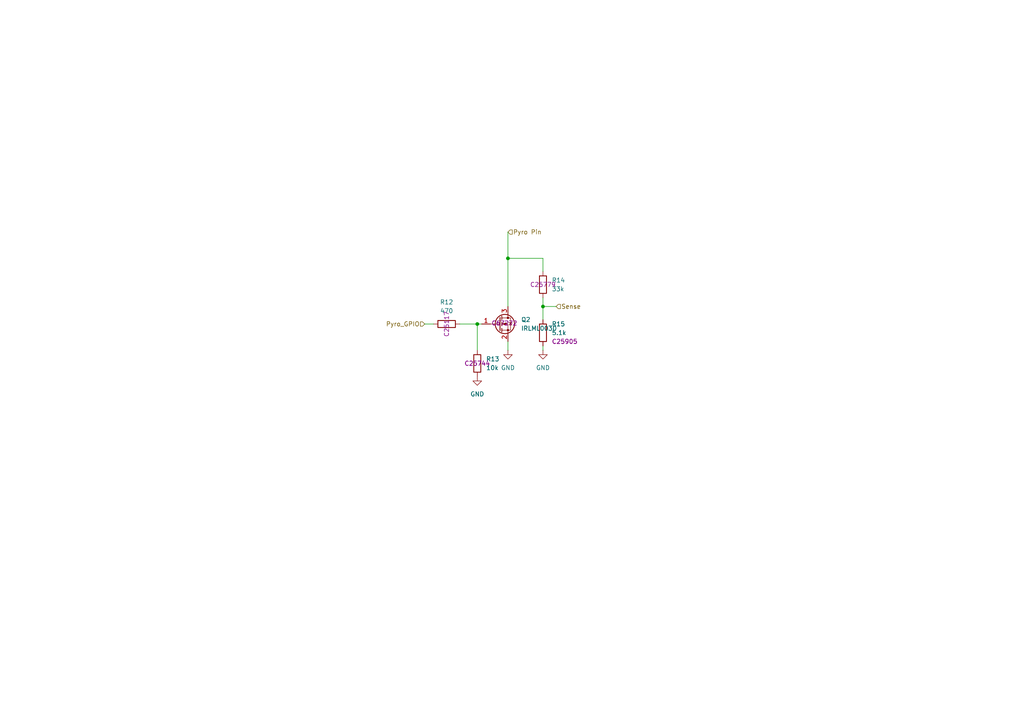
<source format=kicad_sch>
(kicad_sch (version 20250114) (generator "eeschema") (generator_version "9.0")
  (paper "A4")
  (lib_symbols
    (symbol "Device:R" (pin_numbers (hide yes)) (pin_names (offset 0))
      (property "Reference" "R" (at 2.032 0 90))
      (property "Value" "R" (at 0 0 90))
      (symbol "R_0_1"
        (rectangle (start -1.016 -2.54) (end 1.016 2.54) (stroke (width 0.254)))
      )
      (symbol "R_1_1"
        (pin passive line (at 0 3.81 270) (length 1.27) (name "~") (number "1"))
        (pin passive line (at 0 -3.81 90) (length 1.27) (name "~") (number "2"))
      )
    )
    (symbol "Transistor_FET:IRLML0030" (pin_names (hide yes))
      (property "Reference" "Q" (at 5.08 1.905 0))
      (property "Value" "IRLML0030" (at 5.08 0 0))
      (symbol "IRLML0030_0_1"
        (polyline (pts (xy 0.254 1.905) (xy 0.254 -1.905)) (stroke (width 0.254)))
        (polyline (pts (xy 0.254 0) (xy -2.54 0)))
        (polyline (pts (xy 0.762 2.286) (xy 0.762 1.27)) (stroke (width 0.254)))
        (polyline (pts (xy 0.762 0.508) (xy 0.762 -0.508)) (stroke (width 0.254)))
        (polyline (pts (xy 0.762 -1.27) (xy 0.762 -2.286)) (stroke (width 0.254)))
        (polyline (pts (xy 0.762 -1.778) (xy 3.302 -1.778) (xy 3.302 1.778) (xy 0.762 1.778)))
        (polyline (pts (xy 1.016 0) (xy 2.032 0.381) (xy 2.032 -0.381) (xy 1.016 0)) (fill (type outline)))
        (circle (center 1.651 0) (radius 2.794) (stroke (width 0.254)))
        (polyline (pts (xy 2.54 2.54) (xy 2.54 1.778)))
        (circle (center 2.54 1.778) (radius 0.254) (fill (type outline)))
        (circle (center 2.54 -1.778) (radius 0.254) (fill (type outline)))
        (polyline (pts (xy 2.54 -2.54) (xy 2.54 0) (xy 0.762 0)))
        (polyline (pts (xy 2.794 0.508) (xy 2.921 0.381) (xy 3.683 0.381) (xy 3.81 0.254)))
        (polyline (pts (xy 3.302 0.381) (xy 2.921 -0.254) (xy 3.683 -0.254) (xy 3.302 0.381)))
      )
      (symbol "IRLML0030_1_1"
        (pin input line (at -5.08 0 0) (length 2.54) (name "G") (number "1"))
        (pin passive line (at 2.54 5.08 270) (length 2.54) (name "D") (number "3"))
        (pin passive line (at 2.54 -5.08 90) (length 2.54) (name "S") (number "2"))
      )
    )
    (symbol "power:GND" (power) (pin_numbers (hide yes)) (pin_names (offset 0) (hide yes))
      (property "Value" "GND" (at 0 -3.81 0))
      (symbol "GND_0_1"
        (polyline (pts (xy 0 0) (xy 0 -1.27) (xy 1.27 -1.27) (xy 0 -2.54) (xy -1.27 -1.27) (xy 0 -1.27)))
      )
      (symbol "GND_1_1"
        (pin power_in line (at 0 0 270) (length 0) (name "~") (number "1"))
      )
    )
  )
  (junction (at 157.48 88.9))
  (junction (at 138.43 93.98))
  (junction (at 147.32 74.93))
  (wire (pts (xy 123.19 93.98) (xy 125.73 93.98)))
  (wire (pts (xy 133.35 93.98) (xy 138.43 93.98)))
  (wire (pts (xy 147.32 99.06) (xy 147.32 101.6)))
  (wire (pts (xy 157.48 88.9) (xy 161.29 88.9)))
  (wire (pts (xy 147.32 74.93) (xy 157.48 74.93)))
  (wire (pts (xy 157.48 88.9) (xy 157.48 92.71)))
  (wire (pts (xy 147.32 74.93) (xy 147.32 88.9)))
  (wire (pts (xy 157.48 74.93) (xy 157.48 78.74)))
  (wire (pts (xy 138.43 93.98) (xy 139.7 93.98)))
  (wire (pts (xy 157.48 100.33) (xy 157.48 101.6)))
  (wire (pts (xy 138.43 93.98) (xy 138.43 101.6)))
  (wire (pts (xy 157.48 86.36) (xy 157.48 88.9)))
  (wire (pts (xy 147.32 67.31) (xy 147.32 74.93)))
  (hierarchical_label "Pyro Pin" (shape input) (at 147.32 67.31 0))
  (hierarchical_label "Sense" (shape input) (at 161.29 88.9 0))
  (hierarchical_label "Pyro_GPIO" (shape input) (at 123.19 93.98 180))
  (symbol (lib_id "power:GND") (at 157.48 101.6 0) (unit 1)
    (property "Reference" "#PWR069" (effects (hide yes)))
    (property "Value" "GND" (at 157.48 106.68 0))
    (property "Description" "Power symbol creates a global label with name \"GND\" , ground" (effects (hide yes)))
    (instances (project "Senior Project" (path "" (reference "#PWR066") (unit 1)) (path "" (reference "#PWR069") (unit 1)) (path "" (reference "#PWR072") (unit 1))))
  )
  (symbol (lib_id "power:GND") (at 147.32 101.6 0) (unit 1)
    (property "Reference" "#PWR068" (effects (hide yes)))
    (property "Value" "GND" (at 147.32 106.68 0))
    (property "Description" "Power symbol creates a global label with name \"GND\" , ground" (effects (hide yes)))
    (instances (project "Senior Project" (path "" (reference "#PWR057") (unit 1)) (path "" (reference "#PWR068") (unit 1)) (path "" (reference "#PWR071") (unit 1))))
  )
  (symbol (lib_id "Device:R") (at 157.48 82.55 0) (unit 1)
    (property "Reference" "R18" (at 160.02 81.2799 0) (effects (justify left)))
    (property "Value" "33k" (at 160.02 83.8199 0) (effects (justify left)))
    (property "Footprint" "Resistor_SMD:R_0402_1005Metric" (effects (hide yes)))
    (property "Description" "Resistor" (effects (hide yes)))
    (property "LCSC" "C25779" (at 157.48 82.55 0))
    (instances (project "Senior Project" (path "" (reference "R14") (unit 1)) (path "" (reference "R18") (unit 1)) (path "" (reference "R22") (unit 1))))
  )
  (symbol (lib_id "power:GND") (at 138.43 109.22 0) (unit 1)
    (property "Reference" "#PWR067" (effects (hide yes)))
    (property "Value" "GND" (at 138.43 114.3 0))
    (property "Description" "Power symbol creates a global label with name \"GND\" , ground" (effects (hide yes)))
    (instances (project "Senior Project" (path "" (reference "#PWR056") (unit 1)) (path "" (reference "#PWR067") (unit 1)) (path "" (reference "#PWR070") (unit 1))))
  )
  (symbol (lib_id "Device:R") (at 129.54 93.98 90) (unit 1)
    (property "Reference" "R16" (at 129.54 87.63 90))
    (property "Value" "470" (at 129.54 90.17 90))
    (property "Footprint" "Resistor_SMD:R_0402_1005Metric" (effects (hide yes)))
    (property "Description" "Resistor" (effects (hide yes)))
    (property "LCSC" "C25117" (at 129.54 93.98 0))
    (instances (project "Senior Project" (path "" (reference "R12") (unit 1)) (path "" (reference "R16") (unit 1)) (path "" (reference "R20") (unit 1))))
  )
  (symbol (lib_id "Transistor_FET:IRLML0030") (at 144.78 93.98 0) (unit 1)
    (property "Reference" "Q3" (at 151.13 92.7099 0) (effects (justify left)))
    (property "Value" "IRLML0030" (at 151.13 95.2499 0) (effects (justify left)))
    (property "Footprint" "Package_TO_SOT_SMD:SOT-23" (effects (hide yes)))
    (property "Datasheet" "https://www.infineon.com/dgdl/irlml0030pbf.pdf?fileId=5546d462533600a401535664773825df" (effects (hide yes)))
    (property "Description" "5.3A Id, 30V Vds, 27mOhm Rds, N-Channel HEXFET Power MOSFET, SOT-23" (effects (hide yes)))
    (property "LCSC" "C67272" (at 146.304 93.726 0))
    (instances (project "Senior Project" (path "" (reference "Q2") (unit 1)) (path "" (reference "Q3") (unit 1)) (path "" (reference "Q4") (unit 1))))
  )
  (symbol (lib_id "Device:R") (at 138.43 105.41 0) (unit 1)
    (property "Reference" "R17" (at 140.97 104.1399 0) (effects (justify left)))
    (property "Value" "10k" (at 140.97 106.6799 0) (effects (justify left)))
    (property "Footprint" "Resistor_SMD:R_0402_1005Metric" (effects (hide yes)))
    (property "Description" "Resistor" (effects (hide yes)))
    (property "LCSC" "C25744" (at 138.43 105.41 0))
    (instances (project "Senior Project" (path "" (reference "R13") (unit 1)) (path "" (reference "R17") (unit 1)) (path "" (reference "R21") (unit 1))))
  )
  (symbol (lib_id "Device:R") (at 157.48 96.52 0) (unit 1)
    (property "Reference" "R19" (at 160.02 93.9799 0) (effects (justify left)))
    (property "Value" "5.1k" (at 160.02 96.5199 0) (effects (justify left)))
    (property "Footprint" "Resistor_SMD:R_0402_1005Metric" (effects (hide yes)))
    (property "Description" "Resistor" (effects (hide yes)))
    (property "LCSC" "C25905" (at 160.02 99.0599 0) (effects (justify left)))
    (instances (project "Senior Project" (path "" (reference "R15") (unit 1)) (path "" (reference "R19") (unit 1)) (path "" (reference "R23") (unit 1))))
  )
)
</source>
